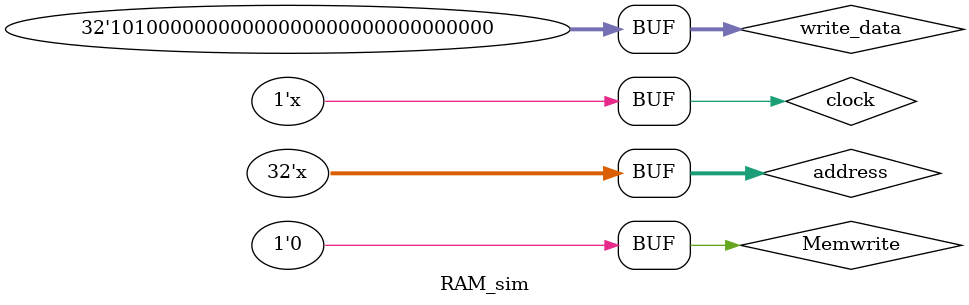
<source format=v>
`timescale 1ns / 1ps

module RAM_sim();
   // input
reg[31:0] address;
reg[31:0] write_data;
reg  Memwrite;
reg  clock;    
// output
wire[31:0] read_data;

dmemory32 Uram(.read_data(read_data),.address(address),.write_data(write_data),.Memwrite(Memwrite),.clock(clock));

initial begin
clock = 1'b0;
Memwrite = 1'b0;
address = 32'h0000_0000;
write_data = 32'ha000_0000;

end

always begin
    #10 clock = ~clock;
end 
always begin
    #20 address <= address + 32'h0000_0004;
end  

/*initial begin
    #200
    writeData = 32'ha000_00f5;
    memWrite = 1'b1;
    #200
    memWrite = 1'b0;
end*/
endmodule

</source>
